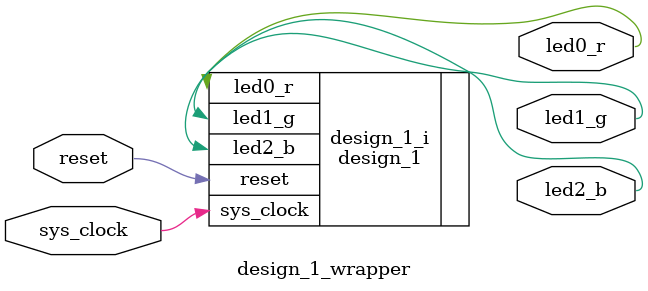
<source format=v>
`timescale 1 ps / 1 ps

module design_1_wrapper
   (led0_r,
    led1_g,
    led2_b,
    reset,
    sys_clock);
  output [0:0]led0_r;
  output [0:0]led1_g;
  output [0:0]led2_b;
  input reset;
  input sys_clock;

  wire [0:0]led0_r;
  wire [0:0]led1_g;
  wire [0:0]led2_b;
  wire reset;
  wire sys_clock;

  design_1 design_1_i
       (.led0_r(led0_r),
        .led1_g(led1_g),
        .led2_b(led2_b),
        .reset(reset),
        .sys_clock(sys_clock));
endmodule

</source>
